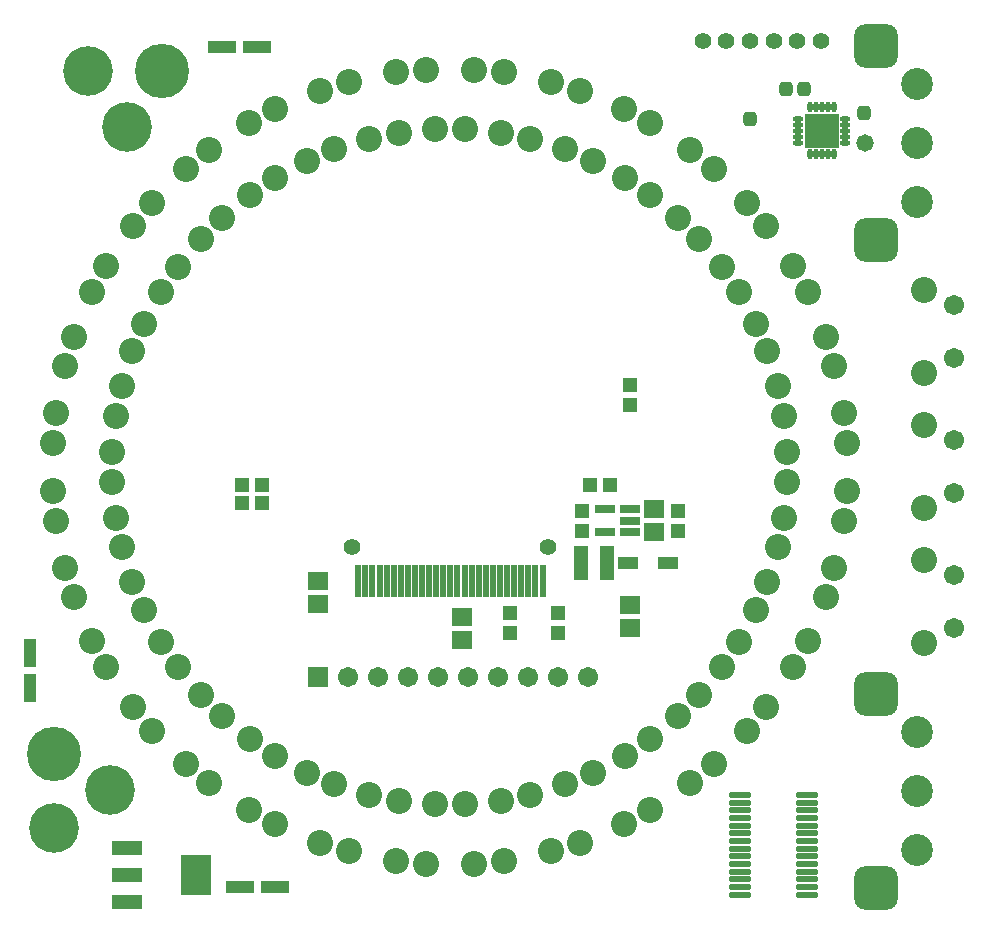
<source format=gts>
%FSLAX24Y24*%
%MOIN*%
G70*
G01*
G75*
G04 Layer_Color=8388736*
%ADD10C,0.0150*%
%ADD11C,0.0080*%
%ADD12C,0.0120*%
%ADD13R,0.0118X0.1024*%
%ADD14O,0.0669X0.0138*%
%ADD15R,0.0394X0.0433*%
%ADD16R,0.0394X0.1063*%
%ADD17R,0.0591X0.0512*%
%ADD18R,0.0571X0.0217*%
%ADD19R,0.0571X0.0217*%
%ADD20R,0.0433X0.0394*%
%ADD21R,0.0630X0.0335*%
G04:AMPARAMS|DCode=22|XSize=39.4mil|YSize=39.4mil|CornerRadius=9.8mil|HoleSize=0mil|Usage=FLASHONLY|Rotation=0.000|XOffset=0mil|YOffset=0mil|HoleType=Round|Shape=RoundedRectangle|*
%AMROUNDEDRECTD22*
21,1,0.0394,0.0197,0,0,0.0*
21,1,0.0197,0.0394,0,0,0.0*
1,1,0.0197,0.0098,-0.0098*
1,1,0.0197,-0.0098,-0.0098*
1,1,0.0197,-0.0098,0.0098*
1,1,0.0197,0.0098,0.0098*
%
%ADD22ROUNDEDRECTD22*%
%ADD23R,0.0945X0.1299*%
%ADD24R,0.0945X0.0394*%
%ADD25R,0.1102X0.1102*%
%ADD26O,0.0098X0.0276*%
%ADD27O,0.0276X0.0098*%
%ADD28R,0.0335X0.0866*%
%ADD29R,0.0866X0.0335*%
%ADD30C,0.0100*%
%ADD31C,0.0200*%
%ADD32C,0.0472*%
%ADD33C,0.0591*%
%ADD34C,0.0787*%
%ADD35C,0.0984*%
G04:AMPARAMS|DCode=36|XSize=137.8mil|YSize=137.8mil|CornerRadius=34.4mil|HoleSize=0mil|Usage=FLASHONLY|Rotation=90.000|XOffset=0mil|YOffset=0mil|HoleType=Round|Shape=RoundedRectangle|*
%AMROUNDEDRECTD36*
21,1,0.1378,0.0689,0,0,90.0*
21,1,0.0689,0.1378,0,0,90.0*
1,1,0.0689,0.0344,0.0344*
1,1,0.0689,0.0344,-0.0344*
1,1,0.0689,-0.0344,-0.0344*
1,1,0.0689,-0.0344,0.0344*
%
%ADD36ROUNDEDRECTD36*%
%ADD37C,0.1575*%
%ADD38C,0.1732*%
%ADD39R,0.0591X0.0591*%
%ADD40C,0.0500*%
%ADD41C,0.0400*%
%ADD42C,0.0394*%
G04:AMPARAMS|DCode=43|XSize=39.4mil|YSize=39.4mil|CornerRadius=9.8mil|HoleSize=0mil|Usage=FLASHONLY|Rotation=90.000|XOffset=0mil|YOffset=0mil|HoleType=Round|Shape=RoundedRectangle|*
%AMROUNDEDRECTD43*
21,1,0.0394,0.0197,0,0,90.0*
21,1,0.0197,0.0394,0,0,90.0*
1,1,0.0197,0.0098,0.0098*
1,1,0.0197,0.0098,-0.0098*
1,1,0.0197,-0.0098,-0.0098*
1,1,0.0197,-0.0098,0.0098*
%
%ADD43ROUNDEDRECTD43*%
%ADD44R,0.0512X0.0591*%
%ADD45C,0.0236*%
%ADD46C,0.0098*%
%ADD47C,0.0039*%
%ADD48C,0.0079*%
%ADD49R,0.0198X0.1104*%
%ADD50O,0.0749X0.0218*%
%ADD51R,0.0474X0.0513*%
%ADD52R,0.0474X0.1143*%
%ADD53R,0.0671X0.0592*%
%ADD54R,0.0651X0.0297*%
%ADD55R,0.0651X0.0297*%
%ADD56R,0.0513X0.0474*%
%ADD57R,0.0710X0.0415*%
G04:AMPARAMS|DCode=58|XSize=47.4mil|YSize=47.4mil|CornerRadius=13.8mil|HoleSize=0mil|Usage=FLASHONLY|Rotation=0.000|XOffset=0mil|YOffset=0mil|HoleType=Round|Shape=RoundedRectangle|*
%AMROUNDEDRECTD58*
21,1,0.0474,0.0197,0,0,0.0*
21,1,0.0197,0.0474,0,0,0.0*
1,1,0.0277,0.0098,-0.0098*
1,1,0.0277,-0.0098,-0.0098*
1,1,0.0277,-0.0098,0.0098*
1,1,0.0277,0.0098,0.0098*
%
%ADD58ROUNDEDRECTD58*%
%ADD59R,0.1025X0.1379*%
%ADD60R,0.1025X0.0474*%
%ADD61R,0.1182X0.1182*%
%ADD62O,0.0178X0.0356*%
%ADD63O,0.0356X0.0178*%
%ADD64R,0.0415X0.0946*%
%ADD65R,0.0946X0.0415*%
%ADD66C,0.0552*%
%ADD67C,0.0671*%
%ADD68C,0.0867*%
%ADD69C,0.1064*%
G04:AMPARAMS|DCode=70|XSize=145.8mil|YSize=145.8mil|CornerRadius=38.4mil|HoleSize=0mil|Usage=FLASHONLY|Rotation=90.000|XOffset=0mil|YOffset=0mil|HoleType=Round|Shape=RoundedRectangle|*
%AMROUNDEDRECTD70*
21,1,0.1458,0.0689,0,0,90.0*
21,1,0.0689,0.1458,0,0,90.0*
1,1,0.0769,0.0344,0.0344*
1,1,0.0769,0.0344,-0.0344*
1,1,0.0769,-0.0344,-0.0344*
1,1,0.0769,-0.0344,0.0344*
%
%ADD70ROUNDEDRECTD70*%
%ADD71C,0.1655*%
%ADD72C,0.1812*%
%ADD73R,0.0671X0.0671*%
%ADD74C,0.0580*%
D49*
X-3049Y-3803D02*
D03*
X-2813D02*
D03*
X-2576D02*
D03*
X-2340D02*
D03*
X-2104D02*
D03*
X-1868D02*
D03*
X-1631D02*
D03*
X-1395D02*
D03*
X-1159D02*
D03*
X-923D02*
D03*
X-687D02*
D03*
X-450D02*
D03*
X-214D02*
D03*
X22D02*
D03*
X258D02*
D03*
X494D02*
D03*
X731D02*
D03*
X967D02*
D03*
X1203D02*
D03*
X1439D02*
D03*
X1676D02*
D03*
X1912D02*
D03*
X2148D02*
D03*
X2384D02*
D03*
X2620D02*
D03*
X2857D02*
D03*
X3093D02*
D03*
D50*
X11922Y-14263D02*
D03*
X9678Y-14007D02*
D03*
X9678Y-13752D02*
D03*
Y-14263D02*
D03*
X11922Y-13240D02*
D03*
X11922Y-13496D02*
D03*
X11922Y-13752D02*
D03*
X11922Y-14007D02*
D03*
X9678Y-10937D02*
D03*
X9678Y-11193D02*
D03*
Y-11448D02*
D03*
Y-11704D02*
D03*
X9678Y-11960D02*
D03*
X9678Y-12216D02*
D03*
Y-12472D02*
D03*
Y-12728D02*
D03*
Y-12984D02*
D03*
X9678Y-13240D02*
D03*
X9678Y-13496D02*
D03*
X11922Y-10937D02*
D03*
X11922Y-11193D02*
D03*
Y-11448D02*
D03*
Y-11704D02*
D03*
X11922Y-11960D02*
D03*
X11922Y-12216D02*
D03*
Y-12472D02*
D03*
Y-12728D02*
D03*
Y-12984D02*
D03*
D51*
X2000Y-4865D02*
D03*
Y-5535D02*
D03*
X3600Y-5535D02*
D03*
Y-4865D02*
D03*
X7600Y-2135D02*
D03*
Y-1465D02*
D03*
X4400Y-2135D02*
D03*
Y-1465D02*
D03*
X6000Y2065D02*
D03*
Y2735D02*
D03*
D52*
X5233Y-3200D02*
D03*
X4367D02*
D03*
D53*
X6800Y-1426D02*
D03*
Y-2174D02*
D03*
X6000Y-5374D02*
D03*
Y-4626D02*
D03*
X400Y-5026D02*
D03*
Y-5774D02*
D03*
X-4400Y-4574D02*
D03*
Y-3826D02*
D03*
D54*
X5177Y-2174D02*
D03*
Y-1426D02*
D03*
X6023D02*
D03*
Y-1800D02*
D03*
D55*
X6023Y-2174D02*
D03*
D56*
X5335Y-600D02*
D03*
X4665D02*
D03*
X-6265D02*
D03*
X-6935D02*
D03*
X-6935Y-1200D02*
D03*
X-6265D02*
D03*
D57*
X7269Y-3200D02*
D03*
X5931D02*
D03*
D58*
X13800Y11800D02*
D03*
X11200Y12600D02*
D03*
X11800D02*
D03*
X10000Y11600D02*
D03*
D59*
X-8458Y-13600D02*
D03*
D60*
X-10742Y-14506D02*
D03*
Y-13600D02*
D03*
Y-12694D02*
D03*
D61*
X12400Y11200D02*
D03*
D62*
X12006Y11987D02*
D03*
X12203D02*
D03*
X12597D02*
D03*
X12794D02*
D03*
Y10413D02*
D03*
X12597D02*
D03*
X12400D02*
D03*
X12203D02*
D03*
X12006D02*
D03*
X12400Y11987D02*
D03*
D63*
X13187Y11594D02*
D03*
Y11200D02*
D03*
Y11003D02*
D03*
Y10806D02*
D03*
X11613D02*
D03*
Y11003D02*
D03*
Y11200D02*
D03*
Y11397D02*
D03*
Y11594D02*
D03*
X13187Y11397D02*
D03*
D64*
X-14000Y-6209D02*
D03*
Y-7391D02*
D03*
D65*
X-6409Y14000D02*
D03*
X-7591D02*
D03*
X-5809Y-14000D02*
D03*
X-6991D02*
D03*
D66*
X3290Y-2661D02*
D03*
X-3246D02*
D03*
X12369Y14200D02*
D03*
X11581D02*
D03*
X8432D02*
D03*
X9219D02*
D03*
X10006D02*
D03*
X10794D02*
D03*
D67*
X2600Y-7000D02*
D03*
X16800Y-3614D02*
D03*
Y-5386D02*
D03*
Y-886D02*
D03*
Y886D02*
D03*
Y5386D02*
D03*
Y3614D02*
D03*
X-1400Y-7000D02*
D03*
X-400D02*
D03*
X600D02*
D03*
X1600D02*
D03*
X3600D02*
D03*
X4600D02*
D03*
X-3400D02*
D03*
X-2400D02*
D03*
D68*
X15816Y-3122D02*
D03*
Y-5878D02*
D03*
Y-1378D02*
D03*
Y1378D02*
D03*
Y5878D02*
D03*
Y3122D02*
D03*
X-1798Y13141D02*
D03*
X-802Y13239D02*
D03*
X-3372Y12825D02*
D03*
X-4328Y12535D02*
D03*
X-1700Y11128D02*
D03*
X-2680Y10932D02*
D03*
X-4772Y10199D02*
D03*
X-3848Y10581D02*
D03*
X-6691Y11454D02*
D03*
X-5809Y11926D02*
D03*
X-5834Y9628D02*
D03*
X-6666Y9072D02*
D03*
X-8023Y10557D02*
D03*
X-8796Y9923D02*
D03*
X-8304Y7596D02*
D03*
X-7596Y8304D02*
D03*
X-9072Y6666D02*
D03*
X-9628Y5834D02*
D03*
X-10557Y8023D02*
D03*
X-9923Y8797D02*
D03*
X-11454Y6691D02*
D03*
X-11926Y5809D02*
D03*
X8023Y10557D02*
D03*
X8796Y9923D02*
D03*
X6691Y11454D02*
D03*
X5809Y11926D02*
D03*
X2680Y10932D02*
D03*
X1700Y11128D02*
D03*
X11454Y6691D02*
D03*
X11926Y5809D02*
D03*
X10557Y8023D02*
D03*
X9923Y8796D02*
D03*
X7596Y8304D02*
D03*
X8304Y7596D02*
D03*
X6666Y9072D02*
D03*
X5834Y9628D02*
D03*
X9628Y5834D02*
D03*
X9072Y6666D02*
D03*
X13141Y1798D02*
D03*
X13239Y802D02*
D03*
X13141Y-1798D02*
D03*
X13239Y-802D02*
D03*
X12825Y-3372D02*
D03*
X12535Y-4328D02*
D03*
X11454Y-6691D02*
D03*
X11926Y-5809D02*
D03*
X11250Y-500D02*
D03*
Y500D02*
D03*
X10932Y-2680D02*
D03*
X11128Y-1700D02*
D03*
X10581Y-3848D02*
D03*
X10199Y-4772D02*
D03*
X9072Y-6666D02*
D03*
X9628Y-5834D02*
D03*
X10557Y-8023D02*
D03*
X9923Y-8796D02*
D03*
X8023Y-10557D02*
D03*
X8796Y-9923D02*
D03*
X8304Y-7596D02*
D03*
X7596Y-8304D02*
D03*
X5834Y-9628D02*
D03*
X6666Y-9072D02*
D03*
X6691Y-11454D02*
D03*
X5809Y-11926D02*
D03*
X-6666Y-9072D02*
D03*
X-5834Y-9628D02*
D03*
X-3848Y-10581D02*
D03*
X-4772Y-10199D02*
D03*
X-2680Y-10932D02*
D03*
X-1700Y-11128D02*
D03*
X-11128Y-1700D02*
D03*
X-10932Y-2680D02*
D03*
X-7596Y-8304D02*
D03*
X-8304Y-7596D02*
D03*
X-9628Y-5834D02*
D03*
X-9072Y-6666D02*
D03*
X-10199Y-4772D02*
D03*
X-10581Y-3848D02*
D03*
X-10557Y-8023D02*
D03*
X-9923Y-8796D02*
D03*
X-6691Y-11454D02*
D03*
X-5809Y-11926D02*
D03*
X500Y-11250D02*
D03*
X-500D02*
D03*
X-11250Y-500D02*
D03*
Y500D02*
D03*
X1798Y-13141D02*
D03*
X802Y-13239D02*
D03*
X-3372Y-12825D02*
D03*
X-4328Y-12535D02*
D03*
X-1798Y-13141D02*
D03*
X-802Y-13239D02*
D03*
X-13141Y1798D02*
D03*
X-13239Y802D02*
D03*
X-13141Y-1798D02*
D03*
X-13239Y-802D02*
D03*
X-11454Y-6691D02*
D03*
X-11926Y-5809D02*
D03*
X-12825Y-3372D02*
D03*
X-12535Y-4328D02*
D03*
X10199Y4772D02*
D03*
X10581Y3848D02*
D03*
X11128Y1700D02*
D03*
X10932Y2680D02*
D03*
X3848Y10581D02*
D03*
X4772Y10199D02*
D03*
X12825Y3372D02*
D03*
X12535Y4328D02*
D03*
X4772Y-10199D02*
D03*
X3848Y-10581D02*
D03*
X3372Y12825D02*
D03*
X4328Y12535D02*
D03*
X1798Y13141D02*
D03*
X802Y13239D02*
D03*
X-500Y11250D02*
D03*
X500D02*
D03*
X-10581Y3848D02*
D03*
X-10199Y4772D02*
D03*
X3372Y-12825D02*
D03*
X4328Y-12535D02*
D03*
X1700Y-11128D02*
D03*
X2680Y-10932D02*
D03*
X-12825Y3372D02*
D03*
X-12535Y4328D02*
D03*
X-10932Y2680D02*
D03*
X-11128Y1700D02*
D03*
X-8023Y-10557D02*
D03*
X-8796Y-9923D02*
D03*
D69*
X15578Y-12768D02*
D03*
Y-10800D02*
D03*
Y-8831D02*
D03*
Y8831D02*
D03*
Y10800D02*
D03*
Y12768D02*
D03*
D70*
X14200Y-14028D02*
D03*
Y-7572D02*
D03*
Y7572D02*
D03*
Y14028D02*
D03*
D71*
X-10774Y11310D02*
D03*
X-12054Y13200D02*
D03*
X-11310Y-10772D02*
D03*
X-13200Y-12051D02*
D03*
D72*
X-9593Y13200D02*
D03*
X-13200Y-9591D02*
D03*
D73*
X-4400Y-7000D02*
D03*
D74*
X13850Y10800D02*
D03*
M02*

</source>
